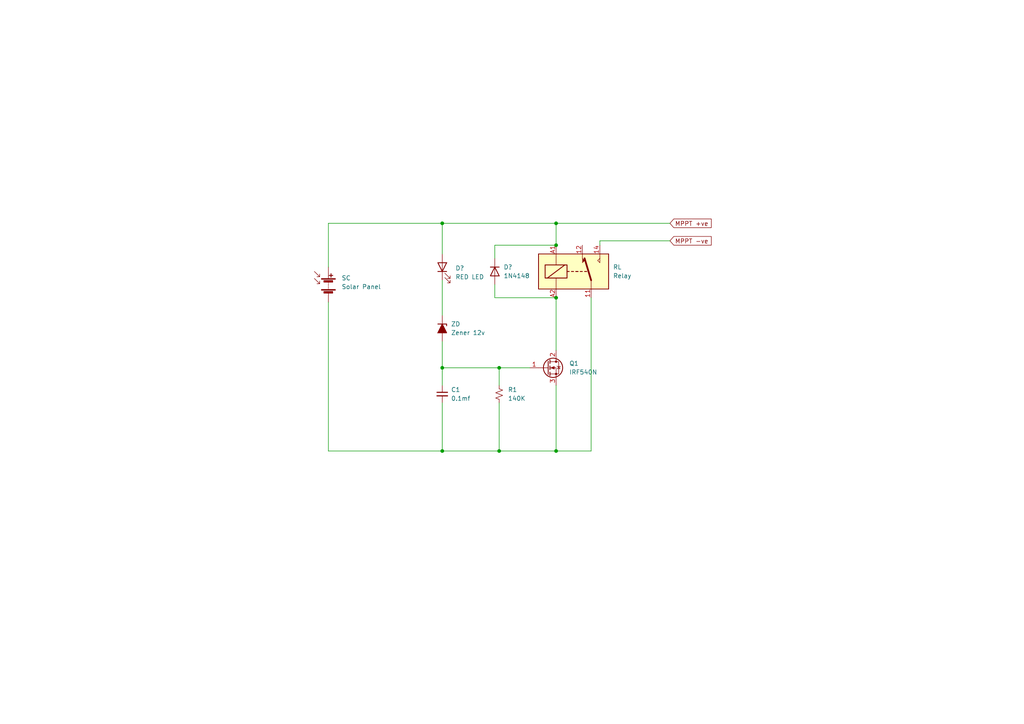
<source format=kicad_sch>
(kicad_sch (version 20211123) (generator eeschema)
  (paper "A4")
  (lib_symbols
    (symbol "Device:C_Small" (pin_numbers hide) (pin_names (offset 0.254) hide)
      (property "Reference" "C" (at 0.254 1.778 0))
      (property "Value" "C_Small" (at 0.254 -2.032 0))
      (symbol "C_Small_0_1"
        (polyline (pts (xy -1.524 -0.508) (xy 1.524 -0.508)) (stroke (width 0.3302)))
        (polyline (pts (xy -1.524 0.508) (xy 1.524 0.508)) (stroke (width 0.3048)))
      )
      (symbol "C_Small_1_1"
        (pin passive line (at 0 2.54 270) (length 2.032) (name "~") (number "1"))
        (pin passive line (at 0 -2.54 90) (length 2.032) (name "~") (number "2"))
      )
    )
    (symbol "Device:D_Zener_Filled" (pin_numbers hide) (pin_names (offset 1.016) hide)
      (property "Reference" "D" (at 0 2.54 0))
      (property "Value" "D_Zener_Filled" (at 0 -2.54 0))
      (symbol "D_Zener_Filled_0_1"
        (polyline (pts (xy 1.27 0) (xy -1.27 0)))
        (polyline (pts (xy -1.27 -1.27) (xy -1.27 1.27) (xy -0.762 1.27)) (stroke (width 0.254)))
        (polyline (pts (xy 1.27 -1.27) (xy 1.27 1.27) (xy -1.27 0) (xy 1.27 -1.27)) (stroke (width 0.254)) (fill (type outline)))
      )
      (symbol "D_Zener_Filled_1_1"
        (pin passive line (at -3.81 0 0) (length 2.54) (name "K") (number "1"))
        (pin passive line (at 3.81 0 180) (length 2.54) (name "A") (number "2"))
      )
    )
    (symbol "Device:LED" (pin_numbers hide) (pin_names (offset 1.016) hide)
      (property "Reference" "D" (at 0 2.54 0))
      (property "Value" "LED" (at 0 -2.54 0))
      (symbol "LED_0_1"
        (polyline (pts (xy -1.27 -1.27) (xy -1.27 1.27)) (stroke (width 0.254)))
        (polyline (pts (xy -1.27 0) (xy 1.27 0)))
        (polyline (pts (xy 1.27 -1.27) (xy 1.27 1.27) (xy -1.27 0) (xy 1.27 -1.27)) (stroke (width 0.254)))
        (polyline (pts (xy -3.048 -0.762) (xy -4.572 -2.286) (xy -3.81 -2.286) (xy -4.572 -2.286) (xy -4.572 -1.524)))
        (polyline (pts (xy -1.778 -0.762) (xy -3.302 -2.286) (xy -2.54 -2.286) (xy -3.302 -2.286) (xy -3.302 -1.524)))
      )
      (symbol "LED_1_1"
        (pin passive line (at -3.81 0 0) (length 2.54) (name "K") (number "1"))
        (pin passive line (at 3.81 0 180) (length 2.54) (name "A") (number "2"))
      )
    )
    (symbol "Device:R_Small_US" (pin_numbers hide) (pin_names (offset 0.254) hide)
      (property "Reference" "R" (at 0.762 0.508 0))
      (property "Value" "R_Small_US" (at 0.762 -1.016 0))
      (symbol "R_Small_US_1_1"
        (polyline (pts (xy 0 0) (xy 1.016 -0.381) (xy 0 -0.762) (xy -1.016 -1.143) (xy 0 -1.524)))
        (polyline (pts (xy 0 1.524) (xy 1.016 1.143) (xy 0 0.762) (xy -1.016 0.381) (xy 0 0)))
        (pin passive line (at 0 2.54 270) (length 1.016) (name "~") (number "1"))
        (pin passive line (at 0 -2.54 90) (length 1.016) (name "~") (number "2"))
      )
    )
    (symbol "Device:Solar_Cells" (pin_numbers hide) (pin_names (offset 0) hide)
      (property "Reference" "SC" (at 2.54 2.54 0))
      (property "Value" "Solar_Cells" (at 2.54 0 0))
      (symbol "Solar_Cells_0_1"
        (rectangle (start -2.032 -1.397) (end 2.032 -1.651) (fill (type outline)))
        (rectangle (start -2.032 1.778) (end 2.032 1.524) (fill (type outline)))
        (rectangle (start -1.3208 -1.9812) (end 1.27 -2.4892) (fill (type outline)))
        (rectangle (start -1.3208 1.1938) (end 1.27 0.6858) (fill (type outline)))
        (polyline (pts (xy -2.54 0.254) (xy -4.064 1.778)))
        (polyline (pts (xy -2.54 2.286) (xy -4.064 3.81)))
        (polyline (pts (xy 0 -1.524) (xy 0 -1.27)))
        (polyline (pts (xy 0 -1.016) (xy 0 -0.762)))
        (polyline (pts (xy 0 -0.508) (xy 0 -0.254)))
        (polyline (pts (xy 0 0) (xy 0 0.254)))
        (polyline (pts (xy 0 0.508) (xy 0 0.762)))
        (polyline (pts (xy 0 1.778) (xy 0 2.54)))
        (polyline (pts (xy 0.254 2.667) (xy 1.27 2.667)) (stroke (width 0.254)))
        (polyline (pts (xy 0.762 3.175) (xy 0.762 2.159)) (stroke (width 0.254)))
        (polyline (pts (xy -2.54 1.016) (xy -2.54 0.254) (xy -3.302 0.254)))
        (polyline (pts (xy -2.54 3.048) (xy -2.54 2.286) (xy -3.302 2.286)))
      )
      (symbol "Solar_Cells_1_1"
        (pin passive line (at 0 5.08 270) (length 2.54) (name "+") (number "1"))
        (pin passive line (at 0 -5.08 90) (length 2.54) (name "-") (number "2"))
      )
    )
    (symbol "Diode:1N4148" (pin_numbers hide) (pin_names (offset 1.016) hide)
      (property "Reference" "D" (at 0 2.54 0))
      (property "Value" "1N4148" (at 0 -2.54 0))
      (symbol "1N4148_0_1"
        (polyline (pts (xy -1.27 1.27) (xy -1.27 -1.27)) (stroke (width 0.254)))
        (polyline (pts (xy 1.27 0) (xy -1.27 0)))
        (polyline (pts (xy 1.27 1.27) (xy 1.27 -1.27) (xy -1.27 0) (xy 1.27 1.27)) (stroke (width 0.254)))
      )
      (symbol "1N4148_1_1"
        (pin passive line (at -3.81 0 0) (length 2.54) (name "K") (number "1"))
        (pin passive line (at 3.81 0 180) (length 2.54) (name "A") (number "2"))
      )
    )
    (symbol "Relay:FINDER-36.11"
      (property "Reference" "K" (at 11.43 3.81 0))
      (property "Value" "FINDER-36.11" (at 11.43 1.27 0))
      (symbol "FINDER-36.11_0_0"
        (polyline (pts (xy 2.54 3.81) (xy 2.54 5.08)))
        (polyline (pts (xy 7.62 3.81) (xy 7.62 5.08)))
        (polyline (pts (xy 7.62 3.81) (xy 7.62 2.54) (xy 6.985 3.175) (xy 7.62 3.81)))
      )
      (symbol "FINDER-36.11_0_1"
        (rectangle (start -10.16 5.08) (end 10.16 -5.08) (stroke (width 0.254)) (fill (type background)))
        (rectangle (start -8.255 1.905) (end -1.905 -1.905) (stroke (width 0.254)))
        (polyline (pts (xy -7.62 -1.905) (xy -2.54 1.905)) (stroke (width 0.254)))
        (polyline (pts (xy -5.08 -5.08) (xy -5.08 -1.905)))
        (polyline (pts (xy -5.08 5.08) (xy -5.08 1.905)))
        (polyline (pts (xy -1.905 0) (xy -1.27 0)) (stroke (width 0.254)))
        (polyline (pts (xy -0.635 0) (xy 0 0)) (stroke (width 0.254)))
        (polyline (pts (xy 0.635 0) (xy 1.27 0)) (stroke (width 0.254)))
        (polyline (pts (xy 0.635 0) (xy 1.27 0)) (stroke (width 0.254)))
        (polyline (pts (xy 1.905 0) (xy 2.54 0)) (stroke (width 0.254)))
        (polyline (pts (xy 3.175 0) (xy 3.81 0)) (stroke (width 0.254)))
        (polyline (pts (xy 5.08 -2.54) (xy 3.175 3.81)) (stroke (width 0.508)))
        (polyline (pts (xy 5.08 -2.54) (xy 5.08 -5.08)))
        (polyline (pts (xy 2.54 2.54) (xy 3.175 3.175) (xy 2.54 3.81)) (fill (type outline)))
      )
      (symbol "FINDER-36.11_1_1"
        (pin passive line (at 5.08 -7.62 90) (length 2.54) (name "~") (number "11"))
        (pin passive line (at 2.54 7.62 270) (length 2.54) (name "~") (number "12"))
        (pin passive line (at 7.62 7.62 270) (length 2.54) (name "~") (number "14"))
        (pin passive line (at -5.08 7.62 270) (length 2.54) (name "~") (number "A1"))
        (pin passive line (at -5.08 -7.62 90) (length 2.54) (name "~") (number "A2"))
      )
    )
    (symbol "Transistor_FET:IRF540N" (pin_names hide)
      (property "Reference" "Q" (at 6.35 1.905 0))
      (property "Value" "IRF540N" (at 6.35 0 0))
      (symbol "IRF540N_0_1"
        (polyline (pts (xy 0.254 0) (xy -2.54 0)))
        (polyline (pts (xy 0.254 1.905) (xy 0.254 -1.905)) (stroke (width 0.254)))
        (polyline (pts (xy 0.762 -1.27) (xy 0.762 -2.286)) (stroke (width 0.254)))
        (polyline (pts (xy 0.762 0.508) (xy 0.762 -0.508)) (stroke (width 0.254)))
        (polyline (pts (xy 0.762 2.286) (xy 0.762 1.27)) (stroke (width 0.254)))
        (polyline (pts (xy 2.54 2.54) (xy 2.54 1.778)))
        (polyline (pts (xy 2.54 -2.54) (xy 2.54 0) (xy 0.762 0)))
        (polyline (pts (xy 0.762 -1.778) (xy 3.302 -1.778) (xy 3.302 1.778) (xy 0.762 1.778)))
        (polyline (pts (xy 1.016 0) (xy 2.032 0.381) (xy 2.032 -0.381) (xy 1.016 0)) (fill (type outline)))
        (polyline (pts (xy 2.794 0.508) (xy 2.921 0.381) (xy 3.683 0.381) (xy 3.81 0.254)))
        (polyline (pts (xy 3.302 0.381) (xy 2.921 -0.254) (xy 3.683 -0.254) (xy 3.302 0.381)))
        (circle (center 1.651 0) (radius 2.794) (stroke (width 0.254)))
        (circle (center 2.54 -1.778) (radius 0.254) (fill (type outline)))
        (circle (center 2.54 1.778) (radius 0.254) (fill (type outline)))
      )
      (symbol "IRF540N_1_1"
        (pin input line (at -5.08 0 0) (length 2.54) (name "G") (number "1"))
        (pin passive line (at 2.54 5.08 270) (length 2.54) (name "D") (number "2"))
        (pin passive line (at 2.54 -5.08 90) (length 2.54) (name "S") (number "3"))
      )
    )
  )
  (junction (at 128.27 106.68))
  (junction (at 161.29 130.81))
  (junction (at 128.27 64.77))
  (junction (at 161.29 64.77))
  (junction (at 144.78 130.81))
  (junction (at 161.29 71.12))
  (junction (at 144.78 106.68))
  (junction (at 128.27 130.81))
  (junction (at 161.29 86.36))
  (wire (pts (xy 161.29 86.36) (xy 161.29 101.6)))
  (wire (pts (xy 144.78 106.68) (xy 144.78 111.76)))
  (wire (pts (xy 95.25 64.77) (xy 128.27 64.77)))
  (wire (pts (xy 144.78 116.84) (xy 144.78 130.81)))
  (wire (pts (xy 95.25 130.81) (xy 128.27 130.81)))
  (wire (pts (xy 161.29 111.76) (xy 161.29 130.81)))
  (wire (pts (xy 128.27 130.81) (xy 144.78 130.81)))
  (wire (pts (xy 95.25 77.47) (xy 95.25 64.77)))
  (wire (pts (xy 143.51 74.93) (xy 143.51 71.12)))
  (wire (pts (xy 128.27 116.84) (xy 128.27 130.81)))
  (wire (pts (xy 143.51 86.36) (xy 161.29 86.36)))
  (wire (pts (xy 128.27 81.28) (xy 128.27 91.44)))
  (wire (pts (xy 128.27 106.68) (xy 128.27 111.76)))
  (wire (pts (xy 128.27 106.68) (xy 144.78 106.68)))
  (wire (pts (xy 128.27 64.77) (xy 161.29 64.77)))
  (wire (pts (xy 173.99 71.12) (xy 173.99 69.85)))
  (wire (pts (xy 171.45 130.81) (xy 171.45 86.36)))
  (wire (pts (xy 128.27 99.06) (xy 128.27 106.68)))
  (wire (pts (xy 161.29 64.77) (xy 161.29 71.12)))
  (wire (pts (xy 95.25 87.63) (xy 95.25 130.81)))
  (wire (pts (xy 161.29 64.77) (xy 194.31 64.77)))
  (wire (pts (xy 143.51 82.55) (xy 143.51 86.36)))
  (wire (pts (xy 143.51 71.12) (xy 161.29 71.12)))
  (wire (pts (xy 173.99 69.85) (xy 194.31 69.85)))
  (wire (pts (xy 144.78 106.68) (xy 153.67 106.68)))
  (wire (pts (xy 161.29 130.81) (xy 171.45 130.81)))
  (wire (pts (xy 144.78 130.81) (xy 161.29 130.81)))
  (wire (pts (xy 128.27 64.77) (xy 128.27 73.66)))
  (global_label "MPPT +ve" (shape input) (at 194.31 64.77 0) (property "Intersheet References" "${INTERSHEET_REFS}" (effects hide)))
  (global_label "MPPT -ve" (shape input) (at 194.31 69.85 0) (property "Intersheet References" "${INTERSHEET_REFS}" (effects hide)))
  (symbol (lib_id "Diode:1N4148") (at 143.51 78.74 270) (unit 1)
    (property "Reference" "D?" (at 146.05 77.4699 90) (effects (justify left)))
    (property "Value" "1N4148" (at 146.05 80.0099 90) (effects (justify left)))
    (property "Footprint" "Diode_THT:D_DO-35_SOD27_P7.62mm_Horizontal" (effects hide))
    (property "Datasheet" "https://assets.nexperia.com/documents/data-sheet/1N4148_1N4448.pdf" (effects hide))
  )
  (symbol (lib_id "Transistor_FET:IRF540N") (at 158.75 106.68 0) (unit 1)
    (property "Reference" "Q1" (at 165.1 105.4099 0) (effects (justify left)))
    (property "Value" "IRF540N" (at 165.1 107.9499 0) (effects (justify left)))
    (property "Footprint" "Package_TO_SOT_THT:TO-220-3_Vertical" (effects hide))
    (property "Datasheet" "http://www.irf.com/product-info/datasheets/data/irf540n.pdf" (effects hide))
  )
  (symbol (lib_id "Device:LED") (at 128.27 77.47 90) (unit 1)
    (property "Reference" "D?" (at 132.08 77.7874 90) (effects (justify right)))
    (property "Value" "RED LED" (at 132.08 80.3274 90) (effects (justify right)))
  )
  (symbol (lib_id "Relay:FINDER-36.11") (at 166.37 78.74 0) (unit 1)
    (property "Reference" "RL" (at 177.8 77.4699 0) (effects (justify left)))
    (property "Value" "Relay" (at 177.8 80.0099 0) (effects (justify left)))
    (property "Footprint" "Relay_THT:Relay_SPDT_Finder_36.11" (effects hide))
    (property "Datasheet" "https://gfinder.findernet.com/public/attachments/36/EN/S36EN.pdf" (effects hide))
  )
  (symbol (lib_id "Device:R_Small_US") (at 144.78 114.3 0) (unit 1)
    (property "Reference" "R1" (at 147.32 113.0299 0) (effects (justify left)))
    (property "Value" "140K" (at 147.32 115.5699 0) (effects (justify left)))
  )
  (symbol (lib_id "Device:C_Small") (at 128.27 114.3 0) (unit 1)
    (property "Reference" "C1" (at 130.81 113.0362 0) (effects (justify left)))
    (property "Value" "0.1mf" (at 130.81 115.5762 0) (effects (justify left)))
  )
  (symbol (lib_id "Device:Solar_Cells") (at 95.25 82.55 0) (unit 1)
    (property "Reference" "SC" (at 99.06 80.6449 0) (effects (justify left)))
    (property "Value" "Solar Panel" (at 99.06 83.1849 0) (effects (justify left)))
  )
  (symbol (lib_id "Device:D_Zener_Filled") (at 128.27 95.25 270) (unit 1)
    (property "Reference" "ZD" (at 130.81 93.9799 90) (effects (justify left)))
    (property "Value" "Zener 12v" (at 130.81 96.5199 90) (effects (justify left)))
  )
)
</source>
